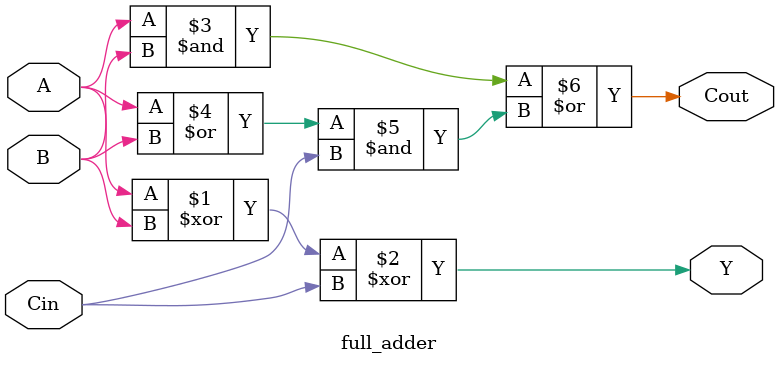
<source format=v>
module full_adder(
    input A, B, 
    input Cin,
    output Y,
    output Cout
);

assign Y = (A ^ B) ^ Cin;
assign Cout = (A & B) | ((A | B) & Cin);

endmodule
</source>
